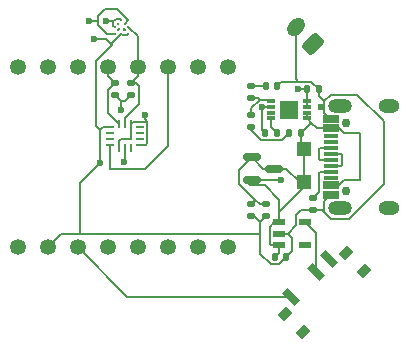
<source format=gtl>
G04 #@! TF.GenerationSoftware,KiCad,Pcbnew,9.0.1*
G04 #@! TF.CreationDate,2025-10-21T12:51:46+03:00*
G04 #@! TF.ProjectId,Twyst-Hardware,54777973-742d-4486-9172-64776172652e,rev?*
G04 #@! TF.SameCoordinates,Original*
G04 #@! TF.FileFunction,Copper,L1,Top*
G04 #@! TF.FilePolarity,Positive*
%FSLAX46Y46*%
G04 Gerber Fmt 4.6, Leading zero omitted, Abs format (unit mm)*
G04 Created by KiCad (PCBNEW 9.0.1) date 2025-10-21 12:51:46*
%MOMM*%
%LPD*%
G01*
G04 APERTURE LIST*
G04 Aperture macros list*
%AMRoundRect*
0 Rectangle with rounded corners*
0 $1 Rounding radius*
0 $2 $3 $4 $5 $6 $7 $8 $9 X,Y pos of 4 corners*
0 Add a 4 corners polygon primitive as box body*
4,1,4,$2,$3,$4,$5,$6,$7,$8,$9,$2,$3,0*
0 Add four circle primitives for the rounded corners*
1,1,$1+$1,$2,$3*
1,1,$1+$1,$4,$5*
1,1,$1+$1,$6,$7*
1,1,$1+$1,$8,$9*
0 Add four rect primitives between the rounded corners*
20,1,$1+$1,$2,$3,$4,$5,0*
20,1,$1+$1,$4,$5,$6,$7,0*
20,1,$1+$1,$6,$7,$8,$9,0*
20,1,$1+$1,$8,$9,$2,$3,0*%
%AMHorizOval*
0 Thick line with rounded ends*
0 $1 width*
0 $2 $3 position (X,Y) of the first rounded end (center of the circle)*
0 $4 $5 position (X,Y) of the second rounded end (center of the circle)*
0 Add line between two ends*
20,1,$1,$2,$3,$4,$5,0*
0 Add two circle primitives to create the rounded ends*
1,1,$1,$2,$3*
1,1,$1,$4,$5*%
%AMRotRect*
0 Rectangle, with rotation*
0 The origin of the aperture is its center*
0 $1 length*
0 $2 width*
0 $3 Rotation angle, in degrees counterclockwise*
0 Add horizontal line*
21,1,$1,$2,0,0,$3*%
%AMFreePoly0*
4,1,13,0.335355,0.685355,0.350000,0.650000,0.350000,-0.650000,0.335355,-0.685355,0.300000,-0.700000,-0.300000,-0.700000,-0.335355,-0.685355,-0.350000,-0.650000,-0.350000,0.650000,-0.335355,0.685355,-0.300000,0.700000,0.300000,0.700000,0.335355,0.685355,0.335355,0.685355,$1*%
G04 Aperture macros list end*
G04 #@! TA.AperFunction,SMDPad,CuDef*
%ADD10R,0.680000X0.280000*%
G04 #@! TD*
G04 #@! TA.AperFunction,SMDPad,CuDef*
%ADD11R,0.280000X0.680000*%
G04 #@! TD*
G04 #@! TA.AperFunction,SMDPad,CuDef*
%ADD12RoundRect,0.140000X0.170000X-0.140000X0.170000X0.140000X-0.170000X0.140000X-0.170000X-0.140000X0*%
G04 #@! TD*
G04 #@! TA.AperFunction,ComponentPad*
%ADD13C,0.750000*%
G04 #@! TD*
G04 #@! TA.AperFunction,ComponentPad*
%ADD14O,2.000000X1.200000*%
G04 #@! TD*
G04 #@! TA.AperFunction,ComponentPad*
%ADD15O,1.800000X1.200000*%
G04 #@! TD*
G04 #@! TA.AperFunction,SMDPad,CuDef*
%ADD16FreePoly0,90.000000*%
G04 #@! TD*
G04 #@! TA.AperFunction,SMDPad,CuDef*
%ADD17R,1.300000X0.300000*%
G04 #@! TD*
G04 #@! TA.AperFunction,SMDPad,CuDef*
%ADD18R,1.000000X0.600000*%
G04 #@! TD*
G04 #@! TA.AperFunction,SMDPad,CuDef*
%ADD19C,0.200000*%
G04 #@! TD*
G04 #@! TA.AperFunction,SMDPad,CuDef*
%ADD20RoundRect,0.140000X-0.140000X-0.170000X0.140000X-0.170000X0.140000X0.170000X-0.140000X0.170000X0*%
G04 #@! TD*
G04 #@! TA.AperFunction,SMDPad,CuDef*
%ADD21RoundRect,0.147500X0.147500X0.172500X-0.147500X0.172500X-0.147500X-0.172500X0.147500X-0.172500X0*%
G04 #@! TD*
G04 #@! TA.AperFunction,SMDPad,CuDef*
%ADD22RoundRect,0.140000X0.140000X0.170000X-0.140000X0.170000X-0.140000X-0.170000X0.140000X-0.170000X0*%
G04 #@! TD*
G04 #@! TA.AperFunction,SMDPad,CuDef*
%ADD23RotRect,1.000000X0.800000X45.000000*%
G04 #@! TD*
G04 #@! TA.AperFunction,SMDPad,CuDef*
%ADD24RotRect,0.700000X1.500000X45.000000*%
G04 #@! TD*
G04 #@! TA.AperFunction,SMDPad,CuDef*
%ADD25RoundRect,0.147500X-0.147500X-0.172500X0.147500X-0.172500X0.147500X0.172500X-0.147500X0.172500X0*%
G04 #@! TD*
G04 #@! TA.AperFunction,SMDPad,CuDef*
%ADD26R,0.750000X0.300000*%
G04 #@! TD*
G04 #@! TA.AperFunction,SMDPad,CuDef*
%ADD27R,1.600000X1.600000*%
G04 #@! TD*
G04 #@! TA.AperFunction,SMDPad,CuDef*
%ADD28R,1.200000X1.200000*%
G04 #@! TD*
G04 #@! TA.AperFunction,SMDPad,CuDef*
%ADD29RoundRect,0.150000X-0.587500X-0.150000X0.587500X-0.150000X0.587500X0.150000X-0.587500X0.150000X0*%
G04 #@! TD*
G04 #@! TA.AperFunction,SMDPad,CuDef*
%ADD30RoundRect,0.140000X-0.170000X0.140000X-0.170000X-0.140000X0.170000X-0.140000X0.170000X0.140000X0*%
G04 #@! TD*
G04 #@! TA.AperFunction,ComponentPad*
%ADD31RoundRect,0.250000X0.689429X0.194454X0.194454X0.689429X-0.689429X-0.194454X-0.194454X-0.689429X0*%
G04 #@! TD*
G04 #@! TA.AperFunction,ComponentPad*
%ADD32HorizOval,1.200000X0.194454X0.194454X-0.194454X-0.194454X0*%
G04 #@! TD*
G04 #@! TA.AperFunction,ComponentPad*
%ADD33C,1.348000*%
G04 #@! TD*
G04 #@! TA.AperFunction,ViaPad*
%ADD34C,0.600000*%
G04 #@! TD*
G04 #@! TA.AperFunction,ViaPad*
%ADD35C,0.200000*%
G04 #@! TD*
G04 #@! TA.AperFunction,Conductor*
%ADD36C,0.200000*%
G04 #@! TD*
G04 APERTURE END LIST*
D10*
G04 #@! TO.P,U4,1,AP_SDO/AP_AD0*
G04 #@! TO.N,GND*
X143312000Y-102500000D03*
G04 #@! TO.P,U4,2,RESV/AUX1_SDIO/AUX1_SDI/MAS_DA*
G04 #@! TO.N,unconnected-(U4-RESV{slash}AUX1_SDIO{slash}AUX1_SDI{slash}MAS_DA-Pad2)*
X143312000Y-103000000D03*
G04 #@! TO.P,U4,3,RESV/AUX1_SCLK/MAS_CLK*
G04 #@! TO.N,unconnected-(U4-RESV{slash}AUX1_SCLK{slash}MAS_CLK-Pad3)*
X143312000Y-103500000D03*
G04 #@! TO.P,U4,4,INT1/INT*
G04 #@! TO.N,Net-(U4-INT1{slash}INT)*
X143312000Y-104000000D03*
D11*
G04 #@! TO.P,U4,5,VDDIO*
G04 #@! TO.N,+3.3V*
X144072000Y-104260000D03*
G04 #@! TO.P,U4,6,GND*
G04 #@! TO.N,GND*
X144572000Y-104260000D03*
G04 #@! TO.P,U4,7,RESV*
G04 #@! TO.N,unconnected-(U4-RESV-Pad7)*
X145072000Y-104260000D03*
D10*
G04 #@! TO.P,U4,8,VDD*
G04 #@! TO.N,+3.3V*
X145832000Y-104000000D03*
G04 #@! TO.P,U4,9,INT2/FSYNC/CLKIN*
G04 #@! TO.N,unconnected-(U4-INT2{slash}FSYNC{slash}CLKIN-Pad9)*
X145832000Y-103500000D03*
G04 #@! TO.P,U4,10,RESV/AUX1_CS*
G04 #@! TO.N,unconnected-(U4-RESV{slash}AUX1_CS-Pad10)*
X145832000Y-103000000D03*
G04 #@! TO.P,U4,11,RESV/AUX1_SDO*
G04 #@! TO.N,unconnected-(U4-RESV{slash}AUX1_SDO-Pad11)*
X145832000Y-102500000D03*
D11*
G04 #@! TO.P,U4,12,AP_CS*
G04 #@! TO.N,+3.3V*
X145072000Y-102240000D03*
G04 #@! TO.P,U4,13,AP_SCL/AP_SCLK*
G04 #@! TO.N,Net-(U4-AP_SCL{slash}AP_SCLK)*
X144572000Y-102240000D03*
G04 #@! TO.P,U4,14,AP_SDA/AP_SDIO/AP_SDI*
G04 #@! TO.N,Net-(U4-AP_SDA{slash}AP_SDIO{slash}AP_SDI)*
X144072000Y-102240000D03*
G04 #@! TD*
D12*
G04 #@! TO.P,R6,1*
G04 #@! TO.N,+3.3V*
X143750000Y-99750000D03*
G04 #@! TO.P,R6,2*
G04 #@! TO.N,Net-(U4-AP_SDA{slash}AP_SDIO{slash}AP_SDI)*
X143750000Y-98750000D03*
G04 #@! TD*
G04 #@! TO.P,R7,1*
G04 #@! TO.N,+3.3V*
X145100000Y-99750000D03*
G04 #@! TO.P,R7,2*
G04 #@! TO.N,Net-(U4-AP_SCL{slash}AP_SCLK)*
X145100000Y-98750000D03*
G04 #@! TD*
D13*
G04 #@! TO.P,USBC1,*
G04 #@! TO.N,*
X163260000Y-107900000D03*
X163260000Y-102100000D03*
D14*
G04 #@! TO.P,USBC1,1,EH*
G04 #@! TO.N,unconnected-(USBC1-EH-Pad1)*
X162760000Y-100670000D03*
D15*
G04 #@! TO.P,USBC1,2,EH*
G04 #@! TO.N,unconnected-(USBC1-EH-Pad2)*
X166940000Y-100670000D03*
G04 #@! TO.P,USBC1,3,EH*
G04 #@! TO.N,unconnected-(USBC1-EH-Pad3)*
X166940000Y-109330000D03*
D14*
G04 #@! TO.P,USBC1,4,EH*
G04 #@! TO.N,unconnected-(USBC1-EH-Pad4)*
X162760000Y-109330000D03*
D16*
G04 #@! TO.P,USBC1,A1B12,GND*
G04 #@! TO.N,GND*
X162000000Y-108200000D03*
G04 #@! TO.P,USBC1,A4B9,VBUS*
G04 #@! TO.N,VBUS*
X162000000Y-107400000D03*
D17*
G04 #@! TO.P,USBC1,A5,CC1*
G04 #@! TO.N,Net-(USBC1-CC1)*
X162000000Y-106250000D03*
G04 #@! TO.P,USBC1,A6,DP1*
G04 #@! TO.N,D-*
X162000000Y-105250000D03*
G04 #@! TO.P,USBC1,A7,DN1*
G04 #@! TO.N,D+*
X162000000Y-104750000D03*
G04 #@! TO.P,USBC1,A8,SBU1*
G04 #@! TO.N,unconnected-(USBC1-SBU1-PadA8)*
X162000000Y-103750000D03*
D16*
G04 #@! TO.P,USBC1,B1A12,GND*
G04 #@! TO.N,GND*
X162000000Y-101800000D03*
G04 #@! TO.P,USBC1,B4A9,VBUS*
G04 #@! TO.N,VBUS*
X162000000Y-102600000D03*
D17*
G04 #@! TO.P,USBC1,B5,CC2*
G04 #@! TO.N,unconnected-(USBC1-CC2-PadB5)*
X162000000Y-103250000D03*
G04 #@! TO.P,USBC1,B6,DP2*
G04 #@! TO.N,D-*
X162000000Y-104250000D03*
G04 #@! TO.P,USBC1,B7,DN2*
G04 #@! TO.N,D+*
X162000000Y-105750000D03*
G04 #@! TO.P,USBC1,B8,SBU2*
G04 #@! TO.N,unconnected-(USBC1-SBU2-PadB8)*
X162000000Y-106750000D03*
G04 #@! TD*
D18*
G04 #@! TO.P,U2,1,VIN*
G04 #@! TO.N,VSH*
X157650000Y-110550000D03*
G04 #@! TO.P,U2,2,GND*
G04 #@! TO.N,GND*
X157650000Y-111500000D03*
G04 #@! TO.P,U2,3,EN*
G04 #@! TO.N,VSH*
X157650000Y-112450000D03*
G04 #@! TO.P,U2,4,NC*
G04 #@! TO.N,unconnected-(U2-NC-Pad4)*
X159850000Y-112450000D03*
G04 #@! TO.P,U2,5,VOUT*
G04 #@! TO.N,Net-(SW1-B)*
X159850000Y-110550000D03*
G04 #@! TD*
D19*
G04 #@! TO.P,U5,A1,PS*
G04 #@! TO.N,+3.3V*
X144850000Y-93430000D03*
G04 #@! TO.P,U5,A3,SCK*
G04 #@! TO.N,Net-(U4-AP_SCL{slash}AP_SCLK)*
X144850000Y-94000000D03*
G04 #@! TO.P,U5,A5,CSB*
G04 #@! TO.N,GND*
X144850000Y-94570000D03*
G04 #@! TO.P,U5,B2,VDDIO*
G04 #@! TO.N,+3.3V*
X144560000Y-93720000D03*
G04 #@! TO.P,U5,B4,SDI*
G04 #@! TO.N,Net-(U4-AP_SDA{slash}AP_SDIO{slash}AP_SDI)*
X144560000Y-94280000D03*
G04 #@! TO.P,U5,C1,SDO*
G04 #@! TO.N,GND*
X144280000Y-93430000D03*
G04 #@! TO.P,U5,C5,GND*
X144280000Y-94570000D03*
G04 #@! TO.P,U5,D2,INT*
G04 #@! TO.N,unconnected-(U5-INT-PadD2)*
X144000000Y-93720000D03*
G04 #@! TO.P,U5,D4,DRY*
G04 #@! TO.N,Net-(U5-DRY)*
X144000000Y-94280000D03*
G04 #@! TO.P,U5,E1,GND*
G04 #@! TO.N,GND*
X143710000Y-93430000D03*
G04 #@! TO.P,U5,E3,GND*
X143710000Y-94000000D03*
G04 #@! TO.P,U5,E5,VDD*
G04 #@! TO.N,+3.3V*
X143710000Y-94570000D03*
G04 #@! TD*
D20*
G04 #@! TO.P,C3,1*
G04 #@! TO.N,VSH*
X157250000Y-113500000D03*
G04 #@! TO.P,C3,2*
G04 #@! TO.N,GND*
X158250000Y-113500000D03*
G04 #@! TD*
D21*
G04 #@! TO.P,D1,1,K*
G04 #@! TO.N,GND*
X157455000Y-99000000D03*
G04 #@! TO.P,D1,2,A*
G04 #@! TO.N,Net-(D1-A)*
X156485000Y-99000000D03*
G04 #@! TD*
D22*
G04 #@! TO.P,R2,1*
G04 #@! TO.N,Net-(U1-PROG)*
X157470000Y-103000000D03*
G04 #@! TO.P,R2,2*
G04 #@! TO.N,GND*
X156470000Y-103000000D03*
G04 #@! TD*
D23*
G04 #@! TO.P,SW1,*
G04 #@! TO.N,*
X158117517Y-118279396D03*
X159680223Y-119842102D03*
X163279396Y-113117517D03*
X164842102Y-114680223D03*
D24*
G04 #@! TO.P,SW1,1,A*
G04 #@! TO.N,+3.3V*
X158647847Y-116829828D03*
G04 #@! TO.P,SW1,2,B*
G04 #@! TO.N,Net-(SW1-B)*
X160769167Y-114708507D03*
G04 #@! TO.P,SW1,3,C*
G04 #@! TO.N,unconnected-(SW1-C-Pad3)*
X161829828Y-113647847D03*
G04 #@! TD*
D25*
G04 #@! TO.P,D2,1,K*
G04 #@! TO.N,Net-(D2-K)*
X158500000Y-103000000D03*
G04 #@! TO.P,D2,2,A*
G04 #@! TO.N,VBUS*
X159470000Y-103000000D03*
G04 #@! TD*
D12*
G04 #@! TO.P,R3,1*
G04 #@! TO.N,Net-(D2-K)*
X155220000Y-102500000D03*
G04 #@! TO.P,R3,2*
G04 #@! TO.N,Net-(U1-STAT)*
X155220000Y-101500000D03*
G04 #@! TD*
D26*
G04 #@! TO.P,U1,1,VDD*
G04 #@! TO.N,VBUS*
X159970000Y-101750000D03*
G04 #@! TO.P,U1,2,VDD*
X159970000Y-101250000D03*
G04 #@! TO.P,U1,3,VBAT*
G04 #@! TO.N,VBAT*
X159970000Y-100750000D03*
G04 #@! TO.P,U1,4,VBAT*
X159970000Y-100250000D03*
G04 #@! TO.P,U1,5,STAT*
G04 #@! TO.N,Net-(U1-STAT)*
X156970000Y-100250000D03*
G04 #@! TO.P,U1,6,VSS*
G04 #@! TO.N,GND*
X156970000Y-100750000D03*
G04 #@! TO.P,U1,7,NC*
G04 #@! TO.N,unconnected-(U1-NC-Pad7)*
X156970000Y-101250000D03*
G04 #@! TO.P,U1,8,PROG*
G04 #@! TO.N,Net-(U1-PROG)*
X156970000Y-101750000D03*
D27*
G04 #@! TO.P,U1,9,EP*
G04 #@! TO.N,unconnected-(U1-EP-Pad9)*
X158470000Y-101000000D03*
G04 #@! TD*
D28*
G04 #@! TO.P,D3,1,K*
G04 #@! TO.N,VSH*
X159750000Y-107150000D03*
G04 #@! TO.P,D3,2,A*
G04 #@! TO.N,VBUS*
X159750000Y-104350000D03*
G04 #@! TD*
D29*
G04 #@! TO.P,Q1,1,G*
G04 #@! TO.N,VBUS*
X155312500Y-105050000D03*
G04 #@! TO.P,Q1,2,S*
G04 #@! TO.N,VSH*
X155312500Y-106950000D03*
G04 #@! TO.P,Q1,3,D*
G04 #@! TO.N,VBAT*
X157187500Y-106000000D03*
G04 #@! TD*
D12*
G04 #@! TO.P,C1,1*
G04 #@! TO.N,GND*
X155250000Y-110000000D03*
G04 #@! TO.P,C1,2*
G04 #@! TO.N,VBUS*
X155250000Y-109000000D03*
G04 #@! TD*
D20*
G04 #@! TO.P,C2,1*
G04 #@! TO.N,VBAT*
X159970000Y-99250000D03*
G04 #@! TO.P,C2,2*
G04 #@! TO.N,GND*
X160970000Y-99250000D03*
G04 #@! TD*
D30*
G04 #@! TO.P,R5,1*
G04 #@! TO.N,VBUS*
X156500000Y-109000000D03*
G04 #@! TO.P,R5,2*
G04 #@! TO.N,GND*
X156500000Y-110000000D03*
G04 #@! TD*
D12*
G04 #@! TO.P,R1,1*
G04 #@! TO.N,GND*
X160470000Y-109500000D03*
G04 #@! TO.P,R1,2*
G04 #@! TO.N,Net-(USBC1-CC1)*
X160470000Y-108500000D03*
G04 #@! TD*
D31*
G04 #@! TO.P,J1,1,Pin_1*
G04 #@! TO.N,VBAT*
X160474696Y-95439519D03*
D32*
G04 #@! TO.P,J1,2,Pin_2*
G04 #@! TO.N,GND*
X159060482Y-94025305D03*
G04 #@! TD*
D30*
G04 #@! TO.P,R4,1*
G04 #@! TO.N,Net-(D1-A)*
X155220000Y-99000000D03*
G04 #@! TO.P,R4,2*
G04 #@! TO.N,Net-(U1-STAT)*
X155220000Y-100000000D03*
G04 #@! TD*
D33*
G04 #@! TO.P,U6,5V,5V*
G04 #@! TO.N,unconnected-(U6-Pad5V)*
X135500000Y-112620000D03*
G04 #@! TO.P,U6,G,GND*
G04 #@! TO.N,GND*
X138040000Y-112620000D03*
G04 #@! TO.P,U6,3.3,3V3*
G04 #@! TO.N,+3.3V*
X140580000Y-112620000D03*
G04 #@! TO.P,U6,4,GPIO4*
G04 #@! TO.N,unconnected-(U6-GPIO4-Pad4)*
X143120000Y-112620000D03*
G04 #@! TO.P,U6,3,GPIO3*
G04 #@! TO.N,unconnected-(U6-GPIO3-Pad3)*
X145660000Y-112620000D03*
G04 #@! TO.P,U6,2,GPIO2*
G04 #@! TO.N,unconnected-(U6-GPIO2-Pad2)*
X148200000Y-112620000D03*
G04 #@! TO.P,U6,1,GPIO1*
G04 #@! TO.N,unconnected-(U6-GPIO1-Pad1)*
X150740000Y-112620000D03*
G04 #@! TO.P,U6,0,GPIO0*
G04 #@! TO.N,unconnected-(U6-GPIO0-Pad0)*
X153280000Y-112620000D03*
G04 #@! TO.P,U6,21,GPIO21*
G04 #@! TO.N,unconnected-(U6-GPIO21-Pad21)*
X153280000Y-97380000D03*
G04 #@! TO.P,U6,20,GPIO20*
G04 #@! TO.N,unconnected-(U6-GPIO20-Pad20)*
X150740000Y-97380000D03*
G04 #@! TO.P,U6,10,GPIO10*
G04 #@! TO.N,Net-(U4-INT1{slash}INT)*
X148200000Y-97380000D03*
G04 #@! TO.P,U6,9,GPIO9*
G04 #@! TO.N,Net-(U4-AP_SCL{slash}AP_SCLK)*
X145660000Y-97380000D03*
G04 #@! TO.P,U6,8,GPIO8*
G04 #@! TO.N,Net-(U4-AP_SDA{slash}AP_SDIO{slash}AP_SDI)*
X143120000Y-97380000D03*
G04 #@! TO.P,U6,7,GPIO7*
G04 #@! TO.N,Net-(U5-DRY)*
X140580000Y-97380000D03*
G04 #@! TO.P,U6,6,GPIO6*
G04 #@! TO.N,unconnected-(U6-GPIO6-Pad6)*
X138040000Y-97380000D03*
G04 #@! TO.P,U6,5,GPIO5*
G04 #@! TO.N,unconnected-(U6-GPIO5-Pad5)*
X135500000Y-97380000D03*
G04 #@! TD*
D34*
G04 #@! TO.N,+3.3V*
X141500000Y-93500000D03*
G04 #@! TO.N,GND*
X143000000Y-93500000D03*
X142000000Y-95000000D03*
D35*
G04 #@! TO.N,Net-(U4-AP_SDA{slash}AP_SDIO{slash}AP_SDI)*
X144482050Y-94200000D03*
G04 #@! TO.N,Net-(U5-DRY)*
X144080000Y-94200000D03*
D34*
G04 #@! TO.N,GND*
X144500000Y-105400000D03*
X142500000Y-105500000D03*
G04 #@! TO.N,+3.3V*
X146250000Y-101500000D03*
X144250000Y-101000000D03*
G04 #@! TO.N,GND*
X156220000Y-100750000D03*
X161220000Y-100750000D03*
G04 #@! TO.N,VBAT*
X157750000Y-107000000D03*
X159250000Y-99250000D03*
G04 #@! TD*
D36*
G04 #@! TO.N,+3.3V*
X142320000Y-93850000D02*
X142320000Y-93500000D01*
X141500000Y-93500000D02*
X142320000Y-93500000D01*
G04 #@! TO.N,GND*
X143558000Y-93500000D02*
X143000000Y-93500000D01*
X143599000Y-93541000D02*
X143558000Y-93500000D01*
X143500000Y-95500000D02*
X143500000Y-95350000D01*
X143500000Y-95350000D02*
X144280000Y-94570000D01*
X143500000Y-95500000D02*
X143000000Y-95000000D01*
X142500000Y-102730000D02*
X142145000Y-102375000D01*
X142145000Y-102375000D02*
X142145000Y-96855000D01*
X143000000Y-95000000D02*
X142000000Y-95000000D01*
X142145000Y-96855000D02*
X143500000Y-95500000D01*
G04 #@! TO.N,+3.3V*
X143710000Y-94570000D02*
X143040000Y-94570000D01*
X143040000Y-94570000D02*
X142320000Y-93850000D01*
X142320000Y-93500000D02*
X142320000Y-93040000D01*
X142320000Y-93040000D02*
X142860000Y-92500000D01*
X142860000Y-92500000D02*
X143920000Y-92500000D01*
X143920000Y-92500000D02*
X144850000Y-93430000D01*
G04 #@! TO.N,Net-(U5-DRY)*
X144000000Y-94277100D02*
X144000000Y-94280000D01*
G04 #@! TO.N,Net-(U4-AP_SDA{slash}AP_SDIO{slash}AP_SDI)*
X144537000Y-94250000D02*
X144537000Y-94257000D01*
X144537000Y-94257000D02*
X144560000Y-94280000D01*
G04 #@! TO.N,Net-(U4-AP_SCL{slash}AP_SCLK)*
X144850000Y-94000000D02*
X145660000Y-94810000D01*
X145660000Y-94810000D02*
X145660000Y-97380000D01*
G04 #@! TO.N,+3.3V*
X144560000Y-93720000D02*
X144850000Y-93430000D01*
G04 #@! TO.N,GND*
X143710000Y-93430000D02*
X143599000Y-93541000D01*
X143599000Y-93541000D02*
X143599000Y-93889000D01*
X143599000Y-93889000D02*
X143710000Y-94000000D01*
X143710000Y-93430000D02*
X143821000Y-93319000D01*
X143821000Y-93319000D02*
X144169000Y-93319000D01*
X144169000Y-93319000D02*
X144280000Y-93430000D01*
X144280000Y-94570000D02*
X144391000Y-94681000D01*
X144391000Y-94681000D02*
X144739000Y-94681000D01*
X144739000Y-94681000D02*
X144850000Y-94570000D01*
X140750000Y-111500000D02*
X140750000Y-107250000D01*
X140750000Y-107250000D02*
X142500000Y-105500000D01*
X143312000Y-102500000D02*
X142730000Y-102500000D01*
X142500000Y-102730000D02*
X142500000Y-105500000D01*
X142730000Y-102500000D02*
X142500000Y-102730000D01*
X144500000Y-105400000D02*
X144572000Y-105328000D01*
X144572000Y-105328000D02*
X144572000Y-104260000D01*
G04 #@! TO.N,Net-(U4-INT1{slash}INT)*
X143312000Y-104000000D02*
X143312000Y-106000000D01*
X143312000Y-106000000D02*
X146250000Y-106000000D01*
X146250000Y-106000000D02*
X148200000Y-104050000D01*
X148200000Y-104050000D02*
X148200000Y-97380000D01*
G04 #@! TO.N,+3.3V*
X146250000Y-101500000D02*
X146250000Y-101836000D01*
X146250000Y-101836000D02*
X146473000Y-102059000D01*
X144250000Y-100250000D02*
X144600000Y-100250000D01*
X144600000Y-100250000D02*
X145100000Y-99750000D01*
X144250000Y-101000000D02*
X144250000Y-100250000D01*
X144250000Y-100250000D02*
X143750000Y-99750000D01*
G04 #@! TO.N,Net-(U4-AP_SCL{slash}AP_SCLK)*
X145100000Y-98750000D02*
X145500000Y-98750000D01*
X145500000Y-98750000D02*
X145750000Y-99000000D01*
X145750000Y-100537550D02*
X145750000Y-99000000D01*
X144572000Y-101715550D02*
X145750000Y-100537550D01*
X144572000Y-102240000D02*
X144572000Y-101715550D01*
G04 #@! TO.N,Net-(U4-AP_SDA{slash}AP_SDIO{slash}AP_SDI)*
X144072000Y-102240000D02*
X143139000Y-101307000D01*
X143139000Y-101307000D02*
X143139000Y-99361000D01*
X143139000Y-99361000D02*
X143750000Y-98750000D01*
G04 #@! TO.N,Net-(U4-AP_SCL{slash}AP_SCLK)*
X145660000Y-97380000D02*
X145660000Y-98190000D01*
X145660000Y-98190000D02*
X145100000Y-98750000D01*
G04 #@! TO.N,Net-(U4-AP_SDA{slash}AP_SDIO{slash}AP_SDI)*
X143120000Y-97380000D02*
X143120000Y-98120000D01*
X143120000Y-98120000D02*
X143750000Y-98750000D01*
G04 #@! TO.N,+3.3V*
X145072000Y-102240000D02*
X145253000Y-102059000D01*
X145253000Y-102059000D02*
X146473000Y-102059000D01*
X146473000Y-102059000D02*
X146473000Y-103849000D01*
X146473000Y-103849000D02*
X146322000Y-104000000D01*
X146322000Y-104000000D02*
X145832000Y-104000000D01*
G04 #@! TO.N,GND*
X156000000Y-111500000D02*
X140750000Y-111500000D01*
X140750000Y-111500000D02*
X140000000Y-111500000D01*
X156000000Y-111500000D02*
X156000000Y-113187550D01*
X139160000Y-111500000D02*
X138040000Y-112620000D01*
X140000000Y-111500000D02*
X139160000Y-111500000D01*
G04 #@! TO.N,+3.3V*
X158647847Y-116829828D02*
X144789828Y-116829828D01*
X144789828Y-116829828D02*
X140580000Y-112620000D01*
G04 #@! TO.N,GND*
X161459000Y-100750000D02*
X161459000Y-100296794D01*
X166470000Y-107294206D02*
X163533206Y-110231000D01*
X159060482Y-94025305D02*
X159060482Y-98449482D01*
X161986794Y-110231000D02*
X161459000Y-109703206D01*
X159060482Y-98449482D02*
X159250000Y-98639000D01*
X161459000Y-100296794D02*
X161986794Y-99769000D01*
X161986794Y-99769000D02*
X164239000Y-99769000D01*
X161459000Y-108741000D02*
X162000000Y-108200000D01*
X157639000Y-114111000D02*
X158250000Y-113500000D01*
X161220000Y-100750000D02*
X161459000Y-100750000D01*
X163533206Y-110231000D02*
X161986794Y-110231000D01*
X161459000Y-101259000D02*
X161459000Y-100750000D01*
X156000000Y-113187550D02*
X156923450Y-114111000D01*
X160970000Y-99807794D02*
X161459000Y-100296794D01*
X160359000Y-98639000D02*
X160970000Y-99250000D01*
X157816000Y-98639000D02*
X159250000Y-98639000D01*
X157650000Y-111500000D02*
X158350000Y-111500000D01*
X156220000Y-100750000D02*
X156220000Y-102750000D01*
X156220000Y-102750000D02*
X156470000Y-103000000D01*
X160470000Y-109500000D02*
X161255794Y-109500000D01*
X159049000Y-109949000D02*
X159498000Y-109500000D01*
X159250000Y-98639000D02*
X160359000Y-98639000D01*
X156923450Y-114111000D02*
X157639000Y-114111000D01*
X158350000Y-111500000D02*
X159049000Y-110801000D01*
X155250000Y-110000000D02*
X155500000Y-110000000D01*
X164239000Y-99769000D02*
X166470000Y-102000000D01*
X158750000Y-113000000D02*
X158750000Y-111900000D01*
X166470000Y-102000000D02*
X166470000Y-107294206D01*
X156500000Y-110000000D02*
X156000000Y-110500000D01*
X158750000Y-111900000D02*
X158350000Y-111500000D01*
X158250000Y-113500000D02*
X158750000Y-113000000D01*
X160970000Y-99250000D02*
X160970000Y-99807794D01*
X162000000Y-101800000D02*
X161459000Y-101259000D01*
X161459000Y-109703206D02*
X161459000Y-108741000D01*
X159049000Y-110801000D02*
X159049000Y-109949000D01*
X159498000Y-109500000D02*
X160470000Y-109500000D01*
X156220000Y-100750000D02*
X156970000Y-100750000D01*
X156000000Y-110500000D02*
X156000000Y-111500000D01*
X161255794Y-109500000D02*
X161459000Y-109703206D01*
X157455000Y-99000000D02*
X157816000Y-98639000D01*
X155500000Y-110000000D02*
X156000000Y-110500000D01*
G04 #@! TO.N,VBUS*
X155616516Y-108633484D02*
X154274000Y-107290968D01*
X157187500Y-106000000D02*
X156262500Y-106000000D01*
X154274000Y-107290968D02*
X154274000Y-106088500D01*
X160345000Y-102125000D02*
X159470000Y-103000000D01*
X162733281Y-107400000D02*
X163133281Y-107000000D01*
X155983032Y-109000000D02*
X155616516Y-108633484D01*
X159750000Y-104350000D02*
X159750000Y-107150000D01*
X160820000Y-102600000D02*
X160345000Y-102125000D01*
X156500000Y-109000000D02*
X155983032Y-109000000D01*
X164470000Y-107000000D02*
X164470000Y-103000000D01*
X158250000Y-106000000D02*
X157187500Y-106000000D01*
X163133281Y-107000000D02*
X164470000Y-107000000D01*
X162710000Y-102600000D02*
X162000000Y-102600000D01*
X163110000Y-103000000D02*
X162710000Y-102600000D01*
X164470000Y-103000000D02*
X163110000Y-103000000D01*
X155250000Y-109000000D02*
X155616516Y-108633484D01*
X160345000Y-102125000D02*
X159970000Y-101750000D01*
X159750000Y-107150000D02*
X159400000Y-107150000D01*
X159400000Y-107150000D02*
X158250000Y-106000000D01*
X162000000Y-102600000D02*
X160820000Y-102600000D01*
X162000000Y-107400000D02*
X162733281Y-107400000D01*
X159470000Y-104070000D02*
X159750000Y-104350000D01*
X154274000Y-106088500D02*
X155312500Y-105050000D01*
X156262500Y-106000000D02*
X155312500Y-105050000D01*
X159970000Y-101750000D02*
X159970000Y-101250000D01*
X159470000Y-103000000D02*
X159470000Y-104070000D01*
G04 #@! TO.N,VBAT*
X155362500Y-107000000D02*
X157750000Y-107000000D01*
X155312500Y-106950000D02*
X155362500Y-107000000D01*
X159970000Y-99250000D02*
X159250000Y-99250000D01*
X159970000Y-99250000D02*
X159970000Y-100250000D01*
X159970000Y-100250000D02*
X159970000Y-100750000D01*
G04 #@! TO.N,Net-(D1-A)*
X155220000Y-99000000D02*
X156485000Y-99000000D01*
G04 #@! TO.N,Net-(D2-K)*
X156081000Y-103611000D02*
X155220000Y-102750000D01*
X158500000Y-103000000D02*
X157889000Y-103611000D01*
X155220000Y-102750000D02*
X155220000Y-102500000D01*
X157889000Y-103611000D02*
X156081000Y-103611000D01*
G04 #@! TO.N,Net-(USBC1-CC1)*
X160470000Y-108500000D02*
X160989000Y-107981000D01*
X161000000Y-106348000D02*
X161098000Y-106250000D01*
X161000000Y-106940008D02*
X161000000Y-106348000D01*
X160989000Y-106951008D02*
X161000000Y-106940008D01*
X161098000Y-106250000D02*
X162000000Y-106250000D01*
X160989000Y-107981000D02*
X160989000Y-106951008D01*
G04 #@! TO.N,Net-(U1-PROG)*
X156970000Y-102500000D02*
X157470000Y-103000000D01*
X156970000Y-101750000D02*
X156970000Y-102500000D01*
G04 #@! TO.N,Net-(U1-STAT)*
X155220000Y-101500000D02*
X155220000Y-100900057D01*
X155220000Y-100000000D02*
X155822057Y-100000000D01*
X156869000Y-100149000D02*
X156970000Y-100250000D01*
X155822057Y-100000000D02*
X155971057Y-100149000D01*
X155220000Y-100900057D02*
X155971057Y-100149000D01*
X155971057Y-100149000D02*
X156869000Y-100149000D01*
G04 #@! TO.N,Net-(SW1-B)*
X160769167Y-114708507D02*
X160751011Y-114690351D01*
X160751011Y-111451011D02*
X159850000Y-110550000D01*
X160751011Y-114690351D02*
X160751011Y-111451011D01*
G04 #@! TO.N,D-*
X161098000Y-105250000D02*
X161049000Y-105201000D01*
X161098000Y-104250000D02*
X162000000Y-104250000D01*
X162000000Y-105250000D02*
X161098000Y-105250000D01*
X161049000Y-105201000D02*
X161049000Y-104299000D01*
X161049000Y-104299000D02*
X161098000Y-104250000D01*
G04 #@! TO.N,D+*
X162902000Y-105750000D02*
X162951000Y-105701000D01*
X162951000Y-105701000D02*
X162951000Y-104799000D01*
X162951000Y-104799000D02*
X162902000Y-104750000D01*
X162902000Y-104750000D02*
X162000000Y-104750000D01*
X162000000Y-105750000D02*
X162902000Y-105750000D01*
G04 #@! TO.N,VSH*
X157650000Y-110550000D02*
X157650000Y-109651000D01*
X157198000Y-110550000D02*
X156849000Y-110899000D01*
X156849000Y-110899000D02*
X156849000Y-112349000D01*
X157650000Y-110550000D02*
X157198000Y-110550000D01*
X155196400Y-107401000D02*
X155028950Y-107233550D01*
X157650000Y-109651000D02*
X159750000Y-107551000D01*
X157650000Y-112450000D02*
X157650000Y-113100000D01*
X157650000Y-109651000D02*
X157650000Y-108650000D01*
X156950000Y-112450000D02*
X157650000Y-112450000D01*
X156849000Y-112349000D02*
X156950000Y-112450000D01*
X157650000Y-108650000D02*
X156401000Y-107401000D01*
X157650000Y-113100000D02*
X157250000Y-113500000D01*
X156401000Y-107401000D02*
X155196400Y-107401000D01*
G04 #@! TO.N,+3.3V*
X145072000Y-103500000D02*
X145072000Y-102240000D01*
X144250000Y-103500000D02*
X145072000Y-103500000D01*
X144072000Y-104260000D02*
X144072000Y-103678000D01*
X144072000Y-103678000D02*
X144250000Y-103500000D01*
G04 #@! TD*
M02*

</source>
